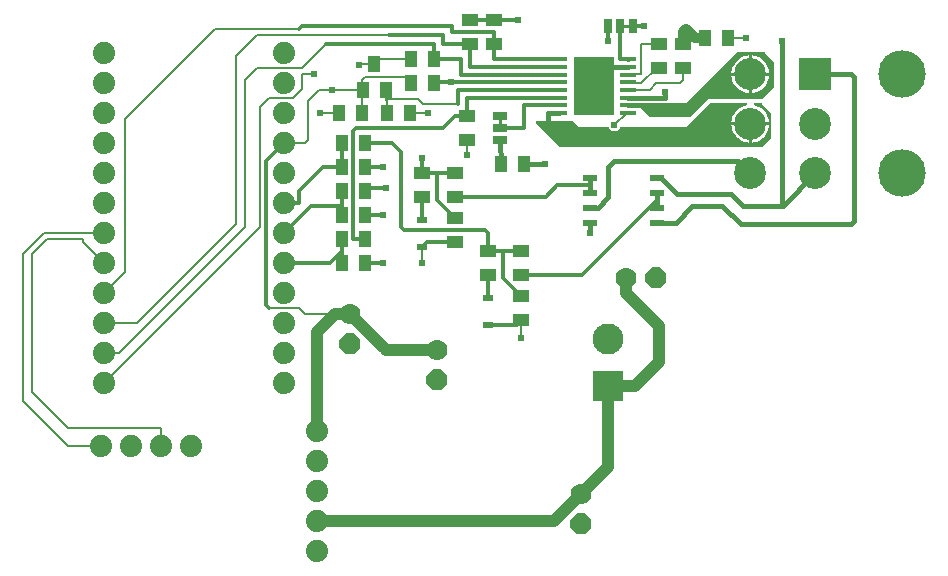
<source format=gbr>
G04 EAGLE Gerber RS-274X export*
G75*
%MOMM*%
%FSLAX34Y34*%
%LPD*%
%INTop Copper*%
%IPPOS*%
%AMOC8*
5,1,8,0,0,1.08239X$1,22.5*%
G01*
%ADD10R,1.400000X1.100000*%
%ADD11R,1.100000X1.400000*%
%ADD12P,1.924489X8X22.500000*%
%ADD13C,1.778000*%
%ADD14P,1.924489X8X292.500000*%
%ADD15R,0.830000X0.630000*%
%ADD16R,1.000000X1.400000*%
%ADD17R,2.705100X2.705100*%
%ADD18C,2.705100*%
%ADD19C,4.013200*%
%ADD20R,2.625000X2.625000*%
%ADD21C,2.625000*%
%ADD22C,1.879600*%
%ADD23R,0.660400X1.270000*%
%ADD24R,1.270000X0.660400*%
%ADD25R,1.400000X0.450000*%
%ADD26R,3.400000X5.000000*%
%ADD27C,0.500000*%
%ADD28R,1.200000X0.600000*%
%ADD29C,0.406400*%
%ADD30C,0.152400*%
%ADD31C,0.604000*%
%ADD32C,0.200000*%
%ADD33C,0.304800*%
%ADD34C,0.203200*%
%ADD35C,0.812800*%
%ADD36C,1.016000*%

G36*
X701130Y375174D02*
X701130Y375174D01*
X701221Y375181D01*
X701251Y375193D01*
X701283Y375199D01*
X701363Y375241D01*
X701447Y375277D01*
X701479Y375303D01*
X701500Y375314D01*
X701522Y375337D01*
X701578Y375382D01*
X709198Y383002D01*
X709241Y383062D01*
X709282Y383104D01*
X709289Y383120D01*
X709311Y383145D01*
X709323Y383175D01*
X709342Y383201D01*
X709369Y383288D01*
X709376Y383307D01*
X709386Y383328D01*
X709386Y383332D01*
X709403Y383373D01*
X709407Y383414D01*
X709414Y383437D01*
X709413Y383469D01*
X709421Y383540D01*
X709421Y403860D01*
X709407Y403950D01*
X709399Y404041D01*
X709387Y404071D01*
X709382Y404103D01*
X709339Y404183D01*
X709303Y404267D01*
X709277Y404299D01*
X709266Y404320D01*
X709243Y404342D01*
X709198Y404398D01*
X701578Y412018D01*
X701504Y412071D01*
X701435Y412131D01*
X701405Y412143D01*
X701379Y412162D01*
X701292Y412189D01*
X701207Y412223D01*
X701166Y412227D01*
X701143Y412234D01*
X701111Y412233D01*
X701040Y412241D01*
X695042Y412241D01*
X695018Y412237D01*
X694994Y412240D01*
X694897Y412218D01*
X694799Y412202D01*
X694778Y412190D01*
X694755Y412185D01*
X694670Y412133D01*
X694582Y412086D01*
X694565Y412069D01*
X694545Y412056D01*
X694481Y411980D01*
X694413Y411908D01*
X694402Y411886D01*
X694387Y411868D01*
X694351Y411775D01*
X694309Y411685D01*
X694306Y411661D01*
X694298Y411639D01*
X694293Y411539D01*
X694282Y411441D01*
X694287Y411417D01*
X694286Y411393D01*
X694313Y411297D01*
X694334Y411200D01*
X694347Y411180D01*
X694353Y411156D01*
X694409Y411074D01*
X694460Y410989D01*
X694479Y410973D01*
X694492Y410954D01*
X694572Y410894D01*
X694647Y410829D01*
X694670Y410820D01*
X694689Y410806D01*
X694845Y410745D01*
X696817Y410216D01*
X698763Y409410D01*
X700587Y408357D01*
X702258Y407075D01*
X703747Y405586D01*
X705029Y403915D01*
X706082Y402091D01*
X706888Y400145D01*
X707433Y398111D01*
X707646Y396493D01*
X692404Y396493D01*
X692384Y396490D01*
X692365Y396492D01*
X692263Y396470D01*
X692161Y396453D01*
X692144Y396444D01*
X692124Y396440D01*
X692035Y396387D01*
X691944Y396338D01*
X691930Y396324D01*
X691913Y396314D01*
X691846Y396235D01*
X691775Y396160D01*
X691766Y396142D01*
X691753Y396127D01*
X691715Y396031D01*
X691671Y395937D01*
X691669Y395917D01*
X691661Y395899D01*
X691643Y395732D01*
X691643Y394969D01*
X691641Y394969D01*
X691641Y395732D01*
X691639Y395744D01*
X691640Y395752D01*
X691639Y395759D01*
X691640Y395771D01*
X691618Y395873D01*
X691601Y395975D01*
X691592Y395992D01*
X691588Y396012D01*
X691535Y396101D01*
X691486Y396192D01*
X691472Y396206D01*
X691462Y396223D01*
X691383Y396290D01*
X691308Y396361D01*
X691290Y396370D01*
X691275Y396383D01*
X691179Y396422D01*
X691085Y396465D01*
X691065Y396467D01*
X691047Y396475D01*
X690880Y396493D01*
X675638Y396493D01*
X675851Y398111D01*
X676396Y400145D01*
X677202Y402091D01*
X678255Y403915D01*
X679537Y405586D01*
X681026Y407075D01*
X682697Y408357D01*
X684521Y409410D01*
X686467Y410216D01*
X688439Y410745D01*
X688461Y410755D01*
X688485Y410759D01*
X688572Y410805D01*
X688663Y410846D01*
X688681Y410862D01*
X688702Y410874D01*
X688771Y410946D01*
X688843Y411013D01*
X688855Y411034D01*
X688871Y411052D01*
X688913Y411142D01*
X688961Y411229D01*
X688965Y411253D01*
X688975Y411275D01*
X688986Y411374D01*
X689003Y411472D01*
X688999Y411496D01*
X689002Y411519D01*
X688981Y411616D01*
X688966Y411715D01*
X688955Y411736D01*
X688950Y411760D01*
X688899Y411845D01*
X688853Y411934D01*
X688836Y411950D01*
X688824Y411971D01*
X688748Y412036D01*
X688677Y412105D01*
X688655Y412115D01*
X688637Y412131D01*
X688544Y412168D01*
X688455Y412211D01*
X688431Y412214D01*
X688409Y412223D01*
X688242Y412241D01*
X657860Y412241D01*
X657770Y412227D01*
X657679Y412219D01*
X657649Y412207D01*
X657617Y412202D01*
X657537Y412159D01*
X657453Y412123D01*
X657421Y412097D01*
X657400Y412086D01*
X657378Y412063D01*
X657322Y412018D01*
X637225Y391921D01*
X581544Y391921D01*
X581454Y391907D01*
X581363Y391899D01*
X581333Y391887D01*
X581301Y391882D01*
X581220Y391839D01*
X581136Y391803D01*
X581104Y391777D01*
X581084Y391766D01*
X581070Y391752D01*
X581069Y391751D01*
X581058Y391741D01*
X581006Y391698D01*
X578463Y389155D01*
X574697Y389155D01*
X572154Y391698D01*
X572081Y391751D01*
X572011Y391811D01*
X571981Y391823D01*
X571955Y391842D01*
X571868Y391869D01*
X571783Y391903D01*
X571742Y391907D01*
X571720Y391914D01*
X571687Y391913D01*
X571616Y391921D01*
X546415Y391921D01*
X541558Y396778D01*
X541484Y396831D01*
X541415Y396891D01*
X541385Y396903D01*
X541359Y396922D01*
X541272Y396949D01*
X541187Y396983D01*
X541146Y396987D01*
X541123Y396994D01*
X541091Y396993D01*
X541020Y397001D01*
X510540Y397001D01*
X510469Y396990D01*
X510398Y396988D01*
X510349Y396970D01*
X510297Y396962D01*
X510234Y396928D01*
X510167Y396903D01*
X510126Y396871D01*
X510080Y396846D01*
X510031Y396795D01*
X509975Y396750D01*
X509946Y396706D01*
X509911Y396668D01*
X509880Y396603D01*
X509842Y396543D01*
X509829Y396492D01*
X509807Y396445D01*
X509799Y396374D01*
X509781Y396304D01*
X509786Y396252D01*
X509780Y396201D01*
X509795Y396130D01*
X509801Y396059D01*
X509821Y396011D01*
X509832Y395960D01*
X509869Y395899D01*
X509897Y395833D01*
X509942Y395777D01*
X509958Y395749D01*
X509976Y395734D01*
X510002Y395702D01*
X530322Y375382D01*
X530396Y375329D01*
X530465Y375269D01*
X530495Y375257D01*
X530521Y375238D01*
X530608Y375211D01*
X530693Y375177D01*
X530734Y375173D01*
X530757Y375166D01*
X530789Y375167D01*
X530860Y375159D01*
X701040Y375159D01*
X701130Y375174D01*
G37*
G36*
X640122Y400693D02*
X640122Y400693D01*
X640164Y400691D01*
X640231Y400713D01*
X640301Y400725D01*
X640337Y400747D01*
X640378Y400760D01*
X640451Y400814D01*
X640494Y400840D01*
X640507Y400856D01*
X640528Y400872D01*
X655583Y415926D01*
X701040Y415926D01*
X701082Y415933D01*
X701124Y415931D01*
X701191Y415953D01*
X701261Y415965D01*
X701297Y415987D01*
X701338Y416000D01*
X701411Y416054D01*
X701454Y416080D01*
X701467Y416096D01*
X701488Y416112D01*
X711648Y426272D01*
X711673Y426306D01*
X711704Y426335D01*
X711736Y426398D01*
X711777Y426456D01*
X711787Y426497D01*
X711807Y426535D01*
X711820Y426624D01*
X711833Y426673D01*
X711830Y426694D01*
X711834Y426720D01*
X711834Y447040D01*
X711827Y447082D01*
X711829Y447124D01*
X711807Y447191D01*
X711795Y447261D01*
X711773Y447297D01*
X711760Y447338D01*
X711706Y447411D01*
X711680Y447454D01*
X711664Y447467D01*
X711648Y447488D01*
X704028Y455108D01*
X703994Y455133D01*
X703965Y455164D01*
X703902Y455196D01*
X703844Y455237D01*
X703803Y455247D01*
X703765Y455267D01*
X703676Y455280D01*
X703627Y455293D01*
X703606Y455290D01*
X703580Y455294D01*
X680720Y455294D01*
X680678Y455287D01*
X680636Y455289D01*
X680569Y455267D01*
X680499Y455255D01*
X680463Y455233D01*
X680422Y455220D01*
X680349Y455166D01*
X680306Y455140D01*
X680293Y455124D01*
X680272Y455108D01*
X637277Y412114D01*
X599440Y412114D01*
X599375Y412103D01*
X599309Y412101D01*
X599266Y412083D01*
X599219Y412075D01*
X599162Y412041D01*
X599102Y412016D01*
X599067Y411985D01*
X599026Y411960D01*
X598985Y411909D01*
X598936Y411865D01*
X598914Y411823D01*
X598885Y411786D01*
X598864Y411724D01*
X598833Y411665D01*
X598825Y411611D01*
X598813Y411574D01*
X598813Y411563D01*
X598813Y411562D01*
X598814Y411532D01*
X598806Y411480D01*
X598806Y408940D01*
X598813Y408898D01*
X598811Y408856D01*
X598828Y408803D01*
X598828Y408800D01*
X598832Y408791D01*
X598833Y408789D01*
X598845Y408719D01*
X598867Y408683D01*
X598880Y408642D01*
X598908Y408605D01*
X598913Y408593D01*
X598934Y408569D01*
X598960Y408526D01*
X598976Y408513D01*
X598992Y408492D01*
X606612Y400872D01*
X606646Y400847D01*
X606675Y400816D01*
X606738Y400784D01*
X606796Y400743D01*
X606837Y400733D01*
X606875Y400713D01*
X606964Y400700D01*
X607013Y400688D01*
X607034Y400690D01*
X607060Y400686D01*
X640080Y400686D01*
X640122Y400693D01*
G37*
%LPC*%
G36*
X692911Y438149D02*
X692911Y438149D01*
X692911Y452918D01*
X694783Y452671D01*
X696817Y452126D01*
X698763Y451320D01*
X700587Y450267D01*
X702258Y448985D01*
X703747Y447496D01*
X705029Y445825D01*
X706082Y444001D01*
X706888Y442055D01*
X707433Y440021D01*
X707680Y438149D01*
X692911Y438149D01*
G37*
%LPD*%
%LPC*%
G36*
X692911Y435611D02*
X692911Y435611D01*
X707680Y435611D01*
X707433Y433739D01*
X706888Y431705D01*
X706082Y429759D01*
X705029Y427935D01*
X703747Y426264D01*
X702258Y424775D01*
X700587Y423493D01*
X698763Y422440D01*
X696817Y421634D01*
X694783Y421089D01*
X692911Y420842D01*
X692911Y435611D01*
G37*
%LPD*%
%LPC*%
G36*
X675604Y438149D02*
X675604Y438149D01*
X675851Y440021D01*
X676396Y442055D01*
X677202Y444001D01*
X678255Y445825D01*
X679537Y447496D01*
X681026Y448985D01*
X682697Y450267D01*
X684521Y451320D01*
X686467Y452126D01*
X688501Y452671D01*
X690373Y452918D01*
X690373Y438149D01*
X675604Y438149D01*
G37*
%LPD*%
%LPC*%
G36*
X688501Y421089D02*
X688501Y421089D01*
X686467Y421634D01*
X684521Y422440D01*
X682697Y423493D01*
X681026Y424775D01*
X679537Y426264D01*
X678255Y427935D01*
X677202Y429759D01*
X676396Y431705D01*
X675851Y433739D01*
X675604Y435611D01*
X690373Y435611D01*
X690373Y420842D01*
X688501Y421089D01*
G37*
%LPD*%
%LPC*%
G36*
X693165Y393447D02*
X693165Y393447D01*
X707646Y393447D01*
X707433Y391829D01*
X706888Y389795D01*
X706082Y387849D01*
X705029Y386025D01*
X703747Y384354D01*
X702258Y382865D01*
X700587Y381583D01*
X698763Y380530D01*
X696817Y379724D01*
X694783Y379179D01*
X693165Y378966D01*
X693165Y393447D01*
G37*
%LPD*%
%LPC*%
G36*
X688501Y379179D02*
X688501Y379179D01*
X686467Y379724D01*
X684521Y380530D01*
X682697Y381583D01*
X681026Y382865D01*
X679537Y384354D01*
X678255Y386025D01*
X677202Y387849D01*
X676396Y389795D01*
X675851Y391829D01*
X675638Y393447D01*
X690119Y393447D01*
X690119Y378966D01*
X688501Y379179D01*
G37*
%LPD*%
G36*
X481349Y389204D02*
X481349Y389204D01*
X481371Y389208D01*
X481378Y389223D01*
X481387Y389229D01*
X481386Y389239D01*
X481393Y389255D01*
X481393Y403479D01*
X481381Y403498D01*
X481377Y403520D01*
X481362Y403527D01*
X481356Y403536D01*
X481346Y403535D01*
X481330Y403542D01*
X478790Y403542D01*
X478771Y403530D01*
X478749Y403526D01*
X478742Y403511D01*
X478733Y403505D01*
X478734Y403495D01*
X478727Y403479D01*
X478727Y389255D01*
X478739Y389236D01*
X478743Y389214D01*
X478758Y389207D01*
X478764Y389198D01*
X478774Y389199D01*
X478790Y389192D01*
X481330Y389192D01*
X481349Y389204D01*
G37*
G36*
X593998Y476199D02*
X593998Y476199D01*
X594020Y476203D01*
X594027Y476218D01*
X594036Y476224D01*
X594035Y476234D01*
X594042Y476250D01*
X594042Y478790D01*
X594030Y478809D01*
X594026Y478831D01*
X594011Y478838D01*
X594005Y478847D01*
X593995Y478846D01*
X593979Y478853D01*
X579755Y478853D01*
X579736Y478841D01*
X579714Y478837D01*
X579707Y478822D01*
X579698Y478816D01*
X579699Y478806D01*
X579692Y478790D01*
X579692Y476250D01*
X579704Y476231D01*
X579708Y476209D01*
X579723Y476202D01*
X579729Y476193D01*
X579739Y476194D01*
X579755Y476187D01*
X593979Y476187D01*
X593998Y476199D01*
G37*
%LPC*%
G36*
X691641Y436879D02*
X691641Y436879D01*
X691641Y436881D01*
X691643Y436881D01*
X691643Y436879D01*
X691641Y436879D01*
G37*
%LPD*%
D10*
X614680Y442120D03*
X614680Y462120D03*
X635000Y462120D03*
X635000Y442120D03*
D11*
X652940Y467360D03*
X672940Y467360D03*
X383700Y403860D03*
X403700Y403860D03*
X363060Y403860D03*
X343060Y403860D03*
D12*
X612140Y264160D03*
D13*
X586740Y264160D03*
D14*
X548640Y55880D03*
D13*
X548640Y81280D03*
D14*
X426720Y177800D03*
D13*
X426720Y203200D03*
D14*
X353060Y208280D03*
D13*
X353060Y233680D03*
D15*
X414020Y313760D03*
X414020Y290760D03*
X469900Y247720D03*
X469900Y224720D03*
D16*
X373380Y445340D03*
X382880Y423340D03*
X363880Y423340D03*
D17*
X746760Y436880D03*
D18*
X746760Y394970D03*
X746760Y352806D03*
X691642Y436880D03*
X691642Y394970D03*
X691642Y352806D03*
D19*
X819658Y436880D03*
X819658Y352806D03*
D20*
X571500Y172720D03*
D21*
X571500Y212320D03*
D22*
X325120Y134620D03*
X325120Y109220D03*
X325120Y83820D03*
X325120Y58420D03*
X325120Y33020D03*
X142240Y121920D03*
X167640Y121920D03*
X193040Y121920D03*
X218440Y121920D03*
D23*
X571246Y477520D03*
X581660Y477520D03*
X592074Y477520D03*
D24*
X480060Y380746D03*
X480060Y391160D03*
X480060Y401574D03*
D10*
X452120Y381160D03*
X452120Y401160D03*
X469900Y286860D03*
X469900Y266860D03*
X497840Y286860D03*
X497840Y266860D03*
X497840Y228760D03*
X497840Y248760D03*
D11*
X365600Y378460D03*
X345600Y378460D03*
X365600Y358140D03*
X345600Y358140D03*
X365600Y337820D03*
X345600Y337820D03*
X365600Y317500D03*
X345600Y317500D03*
X365600Y297180D03*
X345600Y297180D03*
X365600Y276860D03*
X345600Y276860D03*
X424020Y429260D03*
X404020Y429260D03*
X404020Y449580D03*
X424020Y449580D03*
D10*
X454660Y482440D03*
X454660Y462440D03*
X474980Y482440D03*
X474980Y462440D03*
D11*
X480220Y360680D03*
X500220Y360680D03*
D10*
X441960Y352900D03*
X441960Y332900D03*
X414020Y352900D03*
X414020Y332900D03*
X441960Y294800D03*
X441960Y314800D03*
D22*
X144780Y454660D03*
X144780Y429260D03*
X144780Y403860D03*
X144780Y378460D03*
X144780Y353060D03*
X144780Y327660D03*
X144780Y302260D03*
X144780Y276860D03*
X144780Y251460D03*
X144780Y226060D03*
X144780Y200660D03*
X144780Y175260D03*
X297180Y175260D03*
X297180Y200660D03*
X297180Y226060D03*
X297180Y251460D03*
X297180Y276860D03*
X297180Y302260D03*
X297180Y327660D03*
X297180Y353060D03*
X297180Y378460D03*
X297180Y403860D03*
X297180Y429260D03*
X297180Y454660D03*
D25*
X529300Y449470D03*
X529300Y442970D03*
X529300Y436470D03*
X529300Y429970D03*
X529300Y423470D03*
X529300Y416970D03*
X529300Y410470D03*
X529300Y403970D03*
X588300Y403970D03*
X588300Y410470D03*
X588300Y416970D03*
X588300Y423470D03*
X588300Y429970D03*
X588300Y436470D03*
X588300Y442970D03*
X588300Y449470D03*
D26*
X559054Y426720D03*
D27*
X558800Y426720D03*
X558800Y417220D03*
X558800Y436220D03*
X558800Y445720D03*
X558800Y407720D03*
X572300Y407720D03*
X572300Y445720D03*
X572300Y436220D03*
X572300Y417220D03*
X572300Y426720D03*
X545300Y426720D03*
X545300Y417220D03*
X545300Y436220D03*
X545300Y445720D03*
X545300Y407720D03*
D28*
X556200Y349250D03*
X556200Y336550D03*
X556200Y323850D03*
X556200Y311150D03*
X612200Y311150D03*
X612200Y323850D03*
X612200Y336550D03*
X612200Y349250D03*
D29*
X746760Y436880D02*
X777240Y436880D01*
X779780Y434340D01*
X779780Y312420D01*
X777240Y309880D01*
X683485Y309880D01*
X668033Y325332D02*
X642607Y325332D01*
X628425Y311150D02*
X612200Y311150D01*
X668033Y325332D02*
X683485Y309880D01*
X642607Y325332D02*
X628425Y311150D01*
D30*
X588300Y403970D02*
X586850Y403970D01*
X576580Y393700D01*
D31*
X576580Y393700D03*
D29*
X556200Y311150D02*
X556260Y311090D01*
X556260Y302260D01*
D31*
X556260Y302260D03*
D29*
X518160Y360680D02*
X500220Y360680D01*
D31*
X518160Y360680D03*
D32*
X559054Y436880D02*
X559054Y442970D01*
D29*
X588300Y442970D01*
D32*
X672940Y467360D02*
X688340Y467360D01*
D31*
X688340Y467360D03*
D33*
X601980Y477520D02*
X592074Y477520D01*
D31*
X601980Y477520D03*
X548640Y444500D03*
X566420Y444500D03*
X548640Y429260D03*
X566420Y429260D03*
X548640Y414020D03*
X566420Y411480D03*
D33*
X474980Y482440D02*
X454660Y482440D01*
X474980Y482440D02*
X495140Y482440D01*
X495300Y482600D01*
D31*
X495300Y482600D03*
D33*
X493800Y224720D02*
X469900Y224720D01*
X493800Y224720D02*
X497840Y228760D01*
X418060Y294800D02*
X414020Y290760D01*
X418060Y294800D02*
X441960Y294800D01*
X381000Y276860D02*
X365600Y276860D01*
D31*
X381000Y276860D03*
D33*
X381000Y317500D02*
X365600Y317500D01*
D31*
X381000Y317500D03*
D33*
X381000Y358140D02*
X365600Y358140D01*
D31*
X381000Y358140D03*
D30*
X343060Y403860D02*
X327660Y403860D01*
D31*
X327660Y403860D03*
D30*
X414020Y290760D02*
X414020Y276860D01*
D31*
X414020Y276860D03*
D30*
X452120Y368300D02*
X452120Y381160D01*
D31*
X452120Y368300D03*
D30*
X373380Y445340D02*
X361520Y445340D01*
X360680Y444500D01*
D31*
X360680Y444500D03*
D30*
X403700Y403860D02*
X419100Y403860D01*
D31*
X419100Y403860D03*
D30*
X404020Y449580D02*
X377620Y449580D01*
X373380Y445340D01*
D34*
X497840Y228760D02*
X497840Y213360D01*
D31*
X497840Y213360D03*
D34*
X559054Y426720D02*
X559054Y436880D01*
X561594Y429260D02*
X559054Y426720D01*
X561594Y429260D02*
X566420Y429260D01*
D30*
X529300Y403970D02*
X529190Y403860D01*
D29*
X520700Y403860D01*
X520700Y393700D01*
D30*
X528320Y393700D01*
D29*
X588300Y410470D02*
X606050Y410470D01*
D30*
X607060Y411480D01*
D29*
X562610Y323850D02*
X556200Y323850D01*
X571500Y332740D02*
X571500Y358140D01*
X576580Y363220D01*
X681228Y363220D02*
X691642Y352806D01*
X571500Y332740D02*
X562610Y323850D01*
X576580Y363220D02*
X681228Y363220D01*
D30*
X588300Y436470D02*
X588300Y436880D01*
D32*
X599440Y462120D02*
X614680Y462120D01*
X599440Y462120D02*
X599440Y436880D01*
X588300Y436880D01*
X588300Y429970D02*
X593650Y429970D01*
X594360Y429260D01*
X599440Y429260D01*
X612300Y442120D02*
X614680Y442120D01*
X612300Y442120D02*
X599440Y429260D01*
D29*
X588300Y416970D02*
X619760Y416970D01*
X619760Y421640D01*
D31*
X619760Y421640D03*
X637540Y474980D03*
D35*
X635000Y472440D02*
X635000Y462120D01*
X635000Y472440D02*
X637540Y474980D01*
X645160Y467360D02*
X652940Y467360D01*
X645160Y467360D02*
X637540Y474980D01*
D36*
X525780Y58420D02*
X325120Y58420D01*
X525780Y58420D02*
X548640Y81280D01*
X571500Y104140D02*
X571500Y172720D01*
X571500Y104140D02*
X548640Y81280D01*
X586740Y251460D02*
X586740Y264160D01*
X586740Y251460D02*
X614680Y223520D01*
X614680Y193040D01*
X594360Y172720D02*
X571500Y172720D01*
X594360Y172720D02*
X614680Y193040D01*
D32*
X606350Y423470D02*
X588300Y423470D01*
X606350Y423470D02*
X612140Y429260D01*
X632460Y429260D01*
X635000Y431800D01*
X635000Y442120D01*
D29*
X615950Y349250D02*
X612200Y349250D01*
X675640Y335280D02*
X685800Y325120D01*
X719074Y325120D01*
X746760Y352806D01*
X629920Y335280D02*
X615950Y349250D01*
X629920Y335280D02*
X675640Y335280D01*
X718820Y325374D02*
X719074Y325120D01*
X718820Y325374D02*
X718820Y464820D01*
D33*
X571246Y464820D02*
X571246Y477520D01*
X571246Y464820D02*
X571500Y464820D01*
D31*
X571500Y464820D03*
X718820Y464820D03*
D30*
X363060Y422520D02*
X363060Y403860D01*
X363060Y422520D02*
X363880Y423340D01*
X398940Y434340D02*
X404020Y429260D01*
X365760Y434340D02*
X363220Y431800D01*
X363220Y424000D01*
X363880Y423340D01*
X365760Y434340D02*
X398940Y434340D01*
X363880Y423340D02*
X337820Y423340D01*
X326820Y423340D01*
X317500Y414020D02*
X317500Y381000D01*
X314960Y378460D01*
X297180Y378460D01*
X317500Y414020D02*
X326820Y423340D01*
D31*
X337820Y423340D03*
D33*
X297180Y378460D02*
X281940Y363220D01*
X281940Y241300D01*
X284480Y238760D01*
D30*
X309880Y238760D01*
D36*
X353060Y233680D02*
X381000Y205740D01*
X353060Y233680D02*
X340360Y233680D01*
X325120Y218440D01*
X325120Y134620D01*
D34*
X314960Y233680D02*
X353060Y233680D01*
X314960Y233680D02*
X309880Y238760D01*
X381000Y205740D02*
X383540Y203200D01*
D36*
X426720Y203200D01*
D33*
X447040Y436470D02*
X529300Y436470D01*
X447040Y436470D02*
X447040Y449580D01*
X424020Y449580D01*
X424020Y462280D01*
X332740Y462280D01*
D30*
X157480Y200660D02*
X144780Y200660D01*
X157480Y200660D02*
X264160Y307340D01*
X264160Y431800D01*
X274320Y441960D01*
X312420Y441960D02*
X332740Y462280D01*
X312420Y441960D02*
X274320Y441960D01*
D33*
X454660Y442970D02*
X529300Y442970D01*
X454660Y442970D02*
X454660Y462440D01*
X431800Y462440D01*
X431800Y469900D01*
X386080Y469900D01*
D30*
X172720Y226060D02*
X144780Y226060D01*
X172720Y226060D02*
X256540Y309880D01*
X256540Y452120D01*
X274320Y469900D01*
X386080Y469900D01*
D33*
X475090Y449470D02*
X529300Y449470D01*
X474980Y449580D02*
X474980Y462440D01*
X474980Y449580D02*
X475090Y449470D01*
X474980Y462440D02*
X474980Y472440D01*
X439420Y472440D02*
X439420Y477520D01*
X439420Y472440D02*
X474980Y472440D01*
X439420Y477520D02*
X312420Y477520D01*
X309880Y474980D01*
D30*
X162560Y269240D02*
X144780Y251460D01*
X238760Y474980D02*
X309880Y474980D01*
X162560Y398780D02*
X162560Y269240D01*
X162560Y398780D02*
X238760Y474980D01*
D33*
X529300Y416970D02*
X529300Y416560D01*
X452120Y416560D01*
X452120Y401160D01*
X365600Y297180D02*
X355600Y297180D01*
X355600Y388620D01*
X357980Y391000D01*
X431800Y391000D01*
X441960Y401160D01*
X452120Y401160D01*
D29*
X588300Y449470D02*
X588410Y449580D01*
D33*
X588300Y449470D02*
X581660Y449470D01*
X581660Y477520D01*
D29*
X481590Y392690D02*
X480060Y391160D01*
D33*
X500380Y410470D02*
X529300Y410470D01*
X500380Y410470D02*
X500380Y391160D01*
X481590Y391160D01*
X481590Y392690D01*
D29*
X480060Y380746D02*
X480220Y360680D01*
D33*
X424020Y429260D02*
X424020Y429970D01*
X529300Y429970D01*
D30*
X276860Y307340D02*
X144780Y175260D01*
X276860Y307340D02*
X276860Y408940D01*
X284480Y416560D01*
X304800Y416560D01*
X312420Y424180D01*
X312420Y436880D01*
X424020Y429260D02*
X425060Y430300D01*
X438471Y430300D01*
D31*
X438471Y430300D03*
X322580Y436880D03*
D30*
X312420Y436880D01*
D33*
X444500Y423470D02*
X529300Y423470D01*
X444500Y423470D02*
X444500Y411480D01*
D30*
X383700Y422520D02*
X382880Y423340D01*
X383700Y422520D02*
X383700Y415686D01*
X383700Y414020D02*
X383700Y421640D01*
X383700Y414020D02*
X383700Y403860D01*
X414353Y411480D02*
X444500Y411480D01*
X414353Y411480D02*
X410147Y415686D01*
X383700Y415686D01*
D34*
X382880Y414840D02*
X383700Y414020D01*
X382880Y414840D02*
X382880Y423340D01*
D29*
X556200Y342900D02*
X556200Y336550D01*
X556200Y342900D02*
X556200Y349250D01*
D33*
X518320Y332900D02*
X441960Y332900D01*
X528320Y342900D02*
X556200Y342900D01*
X528320Y342900D02*
X518320Y332900D01*
X426720Y352900D02*
X414020Y352900D01*
X426720Y352900D02*
X441960Y352900D01*
X426720Y330040D02*
X441960Y314800D01*
X426720Y330040D02*
X426720Y352900D01*
X368140Y340360D02*
X365600Y337820D01*
X368140Y340360D02*
X383540Y340360D01*
D31*
X383540Y340360D03*
X414020Y365760D03*
D33*
X414020Y352900D01*
X414020Y332900D02*
X414020Y313760D01*
D29*
X612200Y323850D02*
X612200Y330200D01*
X612200Y336550D01*
D33*
X548860Y266860D02*
X497840Y266860D01*
X548860Y266860D02*
X612200Y330200D01*
X469900Y266860D02*
X469900Y247720D01*
X482600Y286860D02*
X497840Y286860D01*
X482600Y286860D02*
X469900Y286860D01*
X482600Y264000D02*
X497840Y248760D01*
X482600Y264000D02*
X482600Y286860D01*
X388620Y378460D02*
X365600Y378460D01*
X388620Y378460D02*
X396240Y370840D01*
X396240Y307340D01*
X469900Y302260D02*
X469900Y286860D01*
X469900Y302260D02*
X467360Y304800D01*
X398780Y304800D01*
X396240Y307340D01*
X345600Y297180D02*
X345600Y287020D01*
X345600Y276860D01*
X335440Y276860D02*
X297180Y276860D01*
X335440Y276860D02*
X345600Y287020D01*
X345600Y358140D02*
X345600Y378460D01*
X345600Y358140D02*
X330200Y358140D01*
X309880Y337820D01*
X309880Y327660D01*
X297180Y327660D01*
X345600Y325120D02*
X345600Y317500D01*
X345600Y325120D02*
X345600Y337820D01*
X320040Y325120D02*
X297180Y302260D01*
X320040Y325120D02*
X345600Y325120D01*
D30*
X144780Y276860D02*
X127000Y294640D01*
X127000Y297180D01*
X96520Y297180D01*
X83820Y284480D01*
X83820Y167640D01*
X114300Y137160D01*
X193040Y137160D01*
X193040Y121920D01*
X142240Y121920D02*
X114300Y121920D01*
X76200Y160020D02*
X76200Y284480D01*
X93980Y302260D01*
X144780Y302260D01*
X76200Y160020D02*
X114300Y121920D01*
M02*

</source>
